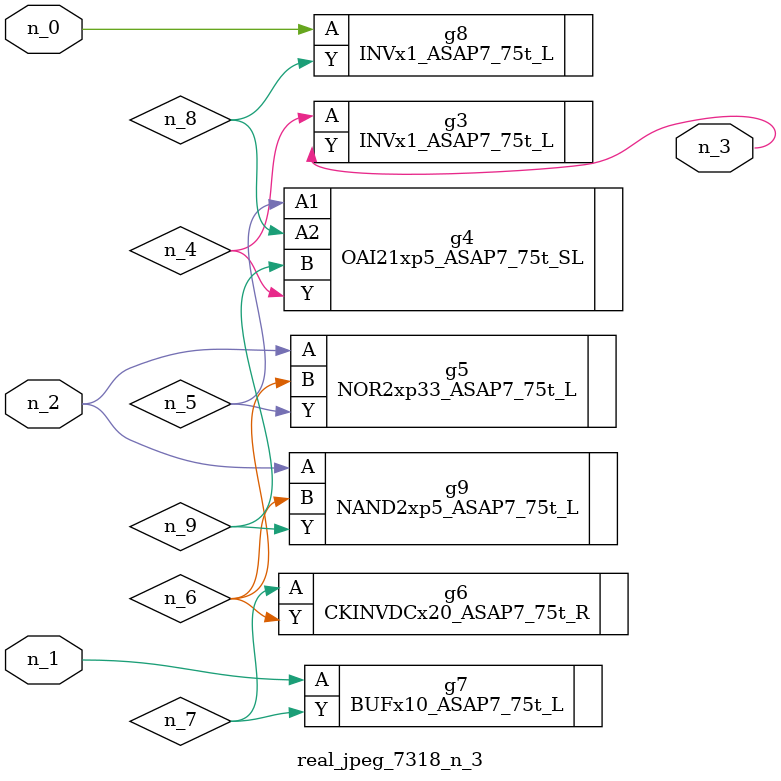
<source format=v>
module real_jpeg_7318_n_3 (n_1, n_0, n_2, n_3);

input n_1;
input n_0;
input n_2;

output n_3;

wire n_5;
wire n_4;
wire n_8;
wire n_6;
wire n_7;
wire n_9;

INVx1_ASAP7_75t_L g8 ( 
.A(n_0),
.Y(n_8)
);

BUFx10_ASAP7_75t_L g7 ( 
.A(n_1),
.Y(n_7)
);

NOR2xp33_ASAP7_75t_L g5 ( 
.A(n_2),
.B(n_6),
.Y(n_5)
);

NAND2xp5_ASAP7_75t_L g9 ( 
.A(n_2),
.B(n_6),
.Y(n_9)
);

INVx1_ASAP7_75t_L g3 ( 
.A(n_4),
.Y(n_3)
);

OAI21xp5_ASAP7_75t_SL g4 ( 
.A1(n_5),
.A2(n_8),
.B(n_9),
.Y(n_4)
);

CKINVDCx20_ASAP7_75t_R g6 ( 
.A(n_7),
.Y(n_6)
);


endmodule
</source>
